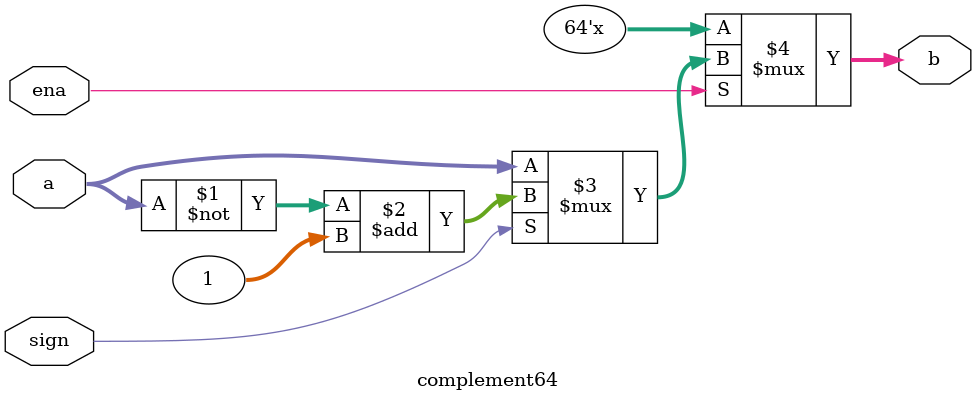
<source format=v>
`timescale 1ns / 1ps


module complement32(
    input ena,
    input sign,         //ÊäÈë·ûºÅ
    input [31:0] a,     //ÊäÈëÔ´Âë
    output [31:0] b     //Êä³ö²¹Âë
);
    assign b = ena?(sign? ((~a) + 1):a):'bz;
endmodule

module complement64(
    input ena,
    input sign,
    input [63:0] a,
    output [63:0] b
);
    assign b = ena?(sign? ((~a) + 1):a):'bz;
endmodule

</source>
